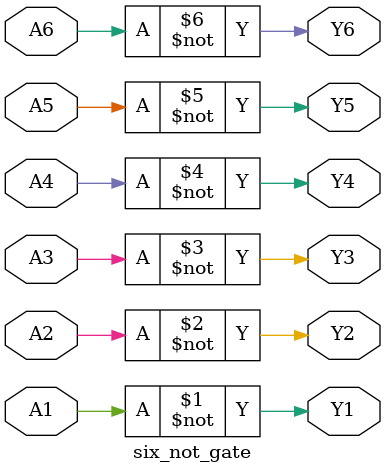
<source format=v>
`timescale 1ns / 1ps


module six_not_gate #(parameter Delay = 0)(
    input wire A1,A2,A3,A4,A5,A6,
    output wire Y1,Y2,Y3,Y4,Y5,Y6
    );
    
    not #Delay (Y1,A1);
    not #Delay (Y2,A2);
    not #Delay (Y3,A3);
    not #Delay (Y4,A4);
    not #Delay (Y5,A5);
    not #Delay (Y6,A6);
    
endmodule
</source>
